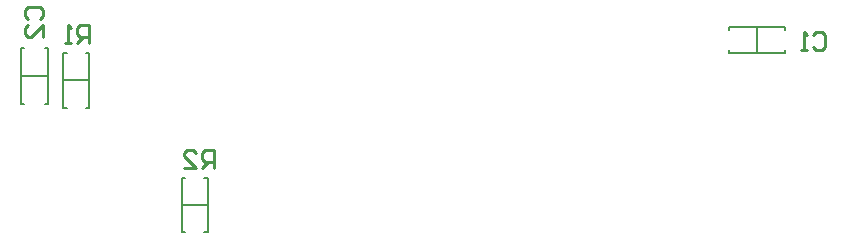
<source format=gbo>
G04*
G04 #@! TF.GenerationSoftware,Altium Limited,Altium Designer,20.1.11 (218)*
G04*
G04 Layer_Color=32896*
%FSLAX25Y25*%
%MOIN*%
G70*
G04*
G04 #@! TF.SameCoordinates,3E3CE198-1D4E-4C69-B1C9-FC2CBC885D2D*
G04*
G04*
G04 #@! TF.FilePolarity,Positive*
G04*
G01*
G75*
%ADD12C,0.00787*%
%ADD13C,0.00591*%
%ADD14C,0.01000*%
D12*
X294169Y395000D02*
X302831D01*
X301650Y404055D02*
X302831D01*
Y385945D02*
Y404055D01*
X301650Y385945D02*
X302831D01*
X294169D02*
X295350D01*
X294169D02*
Y404055D01*
X295350D01*
X333669Y353500D02*
X342331D01*
X333669Y344445D02*
X334850D01*
X333669D02*
Y362555D01*
X334850D01*
X341150D02*
X342331D01*
Y344445D02*
Y362555D01*
X341150Y344445D02*
X342331D01*
D13*
X287945Y405850D02*
X288929D01*
Y387150D02*
Y405850D01*
X287945Y387150D02*
X288929D01*
X280071D02*
X281055D01*
X280071D02*
Y405850D01*
X281055D01*
X280071Y396500D02*
X288929D01*
X534850Y404071D02*
Y405055D01*
X516150Y404071D02*
X534850D01*
X516150D02*
Y405055D01*
Y411945D02*
Y412929D01*
X534850D01*
Y411945D02*
Y412929D01*
X525500Y404071D02*
Y412929D01*
D14*
X344300Y365900D02*
Y371898D01*
X341301D01*
X340301Y370898D01*
Y368899D01*
X341301Y367899D01*
X344300D01*
X342301D02*
X340301Y365900D01*
X334303D02*
X338302D01*
X334303Y369899D01*
Y370898D01*
X335303Y371898D01*
X337302D01*
X338302Y370898D01*
X302800Y407400D02*
Y413398D01*
X299801D01*
X298801Y412398D01*
Y410399D01*
X299801Y409399D01*
X302800D01*
X300801D02*
X298801Y407400D01*
X296802D02*
X294803D01*
X295802D01*
Y413398D01*
X296802Y412398D01*
X282501Y415500D02*
X281501Y416499D01*
Y418499D01*
X282501Y419498D01*
X286499D01*
X287499Y418499D01*
Y416499D01*
X286499Y415500D01*
X287499Y409502D02*
Y413500D01*
X283500Y409502D01*
X282501D01*
X281501Y410501D01*
Y412501D01*
X282501Y413500D01*
X544000Y409999D02*
X545000Y410999D01*
X546999D01*
X547999Y409999D01*
Y406001D01*
X546999Y405001D01*
X545000D01*
X544000Y406001D01*
X542001Y405001D02*
X540001D01*
X541001D01*
Y410999D01*
X542001Y409999D01*
M02*

</source>
